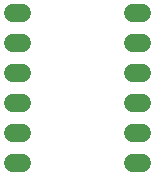
<source format=gbr>
G04 start of page 16 for group -4014 idx -4014 *
G04 Title: (unknown), bottompaste *
G04 Creator: pcb 20140316 *
G04 CreationDate: Tue 22 Dec 2015 07:16:43 PM GMT UTC *
G04 For: vince *
G04 Format: Gerber/RS-274X *
G04 PCB-Dimensions (mil): 1950.00 850.00 *
G04 PCB-Coordinate-Origin: lower left *
%MOIN*%
%FSLAX25Y25*%
%LNBOTTOMPASTE*%
%ADD123C,0.0600*%
G54D123*X8500Y70000D02*X11500D01*
X8500Y60000D02*X11500D01*
X8500Y50000D02*X11500D01*
X8500Y40000D02*X11500D01*
X8500Y30000D02*X11500D01*
X8500Y20000D02*X11500D01*
X48500D02*X51500D01*
X48500Y30000D02*X51500D01*
X48500Y40000D02*X51500D01*
X48500Y50000D02*X51500D01*
X48500Y60000D02*X51500D01*
X48500Y70000D02*X51500D01*
M02*

</source>
